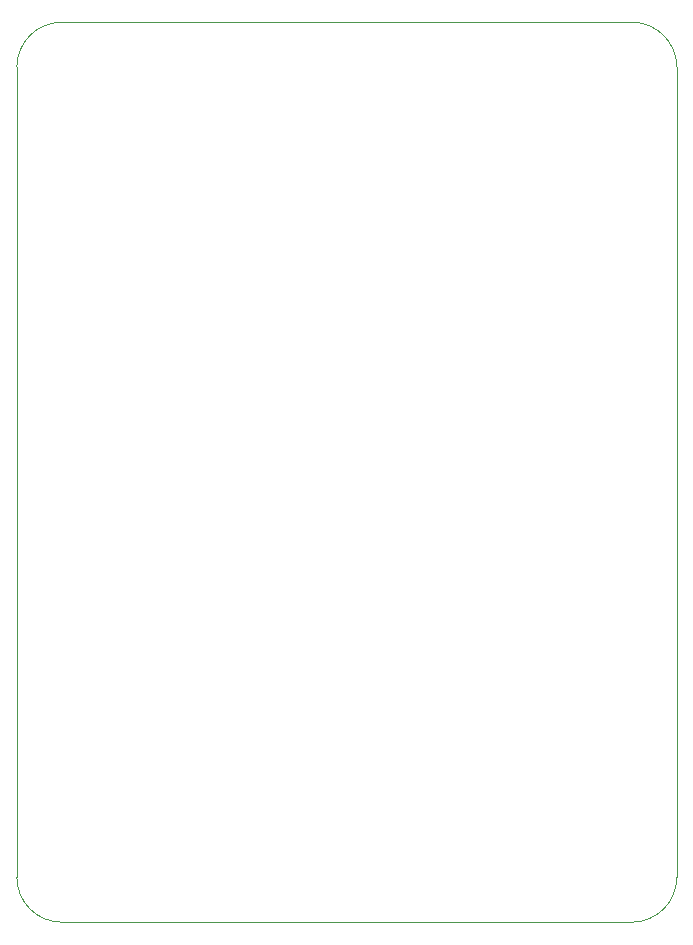
<source format=gbr>
G04 #@! TF.GenerationSoftware,KiCad,Pcbnew,(5.1.5)-3*
G04 #@! TF.CreationDate,2020-07-09T20:04:34+02:00*
G04 #@! TF.ProjectId,ejector,656a6563-746f-4722-9e6b-696361645f70,rev?*
G04 #@! TF.SameCoordinates,Original*
G04 #@! TF.FileFunction,Profile,NP*
%FSLAX46Y46*%
G04 Gerber Fmt 4.6, Leading zero omitted, Abs format (unit mm)*
G04 Created by KiCad (PCBNEW (5.1.5)-3) date 2020-07-09 20:04:34*
%MOMM*%
%LPD*%
G04 APERTURE LIST*
%ADD10C,0.050000*%
G04 APERTURE END LIST*
D10*
X109220000Y-146050000D02*
G75*
G02X105410000Y-142240000I0J3810000D01*
G01*
X161290000Y-142240000D02*
G75*
G02X157480000Y-146050000I-3810000J0D01*
G01*
X157480000Y-69850000D02*
G75*
G02X161290000Y-73660000I0J-3810000D01*
G01*
X105410000Y-73660000D02*
G75*
G02X109220000Y-69850000I3810000J0D01*
G01*
X105410000Y-73660000D02*
X105410000Y-142240000D01*
X157480000Y-69850000D02*
X109220000Y-69850000D01*
X161290000Y-142240000D02*
X161290000Y-73660000D01*
X109220000Y-146050000D02*
X157480000Y-146050000D01*
M02*

</source>
